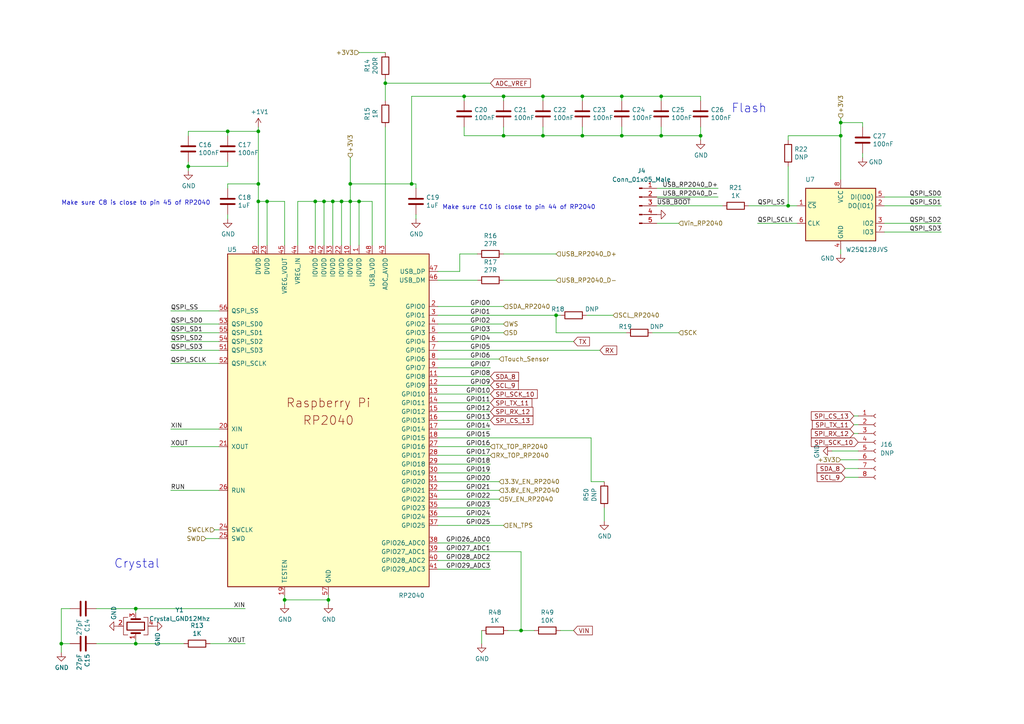
<source format=kicad_sch>
(kicad_sch (version 20231120) (generator "eeschema") (generator_version "8.0")
  (paper "A4")
  (lib_symbols
    (symbol "Connector:Conn_01x05_Male" (pin_names (offset 1.016) hide)
      (property "Reference" "J" (at 0 7.62 0))
      (property "Value" "Conn_01x05_Male" (at 0 -7.62 0))
      (symbol "Conn_01x05_Male_1_1"
        (polyline (pts (xy 1.27 -5.08) (xy 0.8636 -5.08)) (stroke (width 0.1524)))
        (polyline (pts (xy 1.27 -2.54) (xy 0.8636 -2.54)) (stroke (width 0.1524)))
        (polyline (pts (xy 1.27 0) (xy 0.8636 0)) (stroke (width 0.1524)))
        (polyline (pts (xy 1.27 2.54) (xy 0.8636 2.54)) (stroke (width 0.1524)))
        (polyline (pts (xy 1.27 5.08) (xy 0.8636 5.08)) (stroke (width 0.1524)))
        (rectangle (start 0.8636 -4.953) (end 0 -5.207) (stroke (width 0.1524)) (fill (type outline)))
        (rectangle (start 0.8636 -2.413) (end 0 -2.667) (stroke (width 0.1524)) (fill (type outline)))
        (rectangle (start 0.8636 0.127) (end 0 -0.127) (stroke (width 0.1524)) (fill (type outline)))
        (rectangle (start 0.8636 2.667) (end 0 2.413) (stroke (width 0.1524)) (fill (type outline)))
        (rectangle (start 0.8636 5.207) (end 0 4.953) (stroke (width 0.1524)) (fill (type outline)))
        (pin passive line (at 5.08 5.08 180) (length 3.81) (name "Pin_1") (number "1"))
        (pin passive line (at 5.08 2.54 180) (length 3.81) (name "Pin_2") (number "2"))
        (pin passive line (at 5.08 0 180) (length 3.81) (name "Pin_3") (number "3"))
        (pin passive line (at 5.08 -2.54 180) (length 3.81) (name "Pin_4") (number "4"))
        (pin passive line (at 5.08 -5.08 180) (length 3.81) (name "Pin_5") (number "5"))
      )
    )
    (symbol "Connector:Conn_01x08_Female" (pin_names (offset 1.016) hide)
      (property "Reference" "J" (at 0 10.16 0))
      (property "Value" "Conn_01x08_Female" (at 0 -12.7 0))
      (symbol "Conn_01x08_Female_1_1"
        (arc (start 0 -9.652) (mid -0.5058 -10.16) (end 0 -10.668) (stroke (width 0.1524)))
        (arc (start 0 -7.112) (mid -0.5058 -7.62) (end 0 -8.128) (stroke (width 0.1524)))
        (arc (start 0 -4.572) (mid -0.5058 -5.08) (end 0 -5.588) (stroke (width 0.1524)))
        (arc (start 0 -2.032) (mid -0.5058 -2.54) (end 0 -3.048) (stroke (width 0.1524)))
        (polyline (pts (xy -1.27 -10.16) (xy -0.508 -10.16)) (stroke (width 0.1524)))
        (polyline (pts (xy -1.27 -7.62) (xy -0.508 -7.62)) (stroke (width 0.1524)))
        (polyline (pts (xy -1.27 -5.08) (xy -0.508 -5.08)) (stroke (width 0.1524)))
        (polyline (pts (xy -1.27 -2.54) (xy -0.508 -2.54)) (stroke (width 0.1524)))
        (polyline (pts (xy -1.27 0) (xy -0.508 0)) (stroke (width 0.1524)))
        (polyline (pts (xy -1.27 2.54) (xy -0.508 2.54)) (stroke (width 0.1524)))
        (polyline (pts (xy -1.27 5.08) (xy -0.508 5.08)) (stroke (width 0.1524)))
        (polyline (pts (xy -1.27 7.62) (xy -0.508 7.62)) (stroke (width 0.1524)))
        (arc (start 0 0.508) (mid -0.5058 0) (end 0 -0.508) (stroke (width 0.1524)))
        (arc (start 0 3.048) (mid -0.5058 2.54) (end 0 2.032) (stroke (width 0.1524)))
        (arc (start 0 5.588) (mid -0.5058 5.08) (end 0 4.572) (stroke (width 0.1524)))
        (arc (start 0 8.128) (mid -0.5058 7.62) (end 0 7.112) (stroke (width 0.1524)))
        (pin passive line (at -5.08 7.62 0) (length 3.81) (name "Pin_1") (number "1"))
        (pin passive line (at -5.08 5.08 0) (length 3.81) (name "Pin_2") (number "2"))
        (pin passive line (at -5.08 2.54 0) (length 3.81) (name "Pin_3") (number "3"))
        (pin passive line (at -5.08 0 0) (length 3.81) (name "Pin_4") (number "4"))
        (pin passive line (at -5.08 -2.54 0) (length 3.81) (name "Pin_5") (number "5"))
        (pin passive line (at -5.08 -5.08 0) (length 3.81) (name "Pin_6") (number "6"))
        (pin passive line (at -5.08 -7.62 0) (length 3.81) (name "Pin_7") (number "7"))
        (pin passive line (at -5.08 -10.16 0) (length 3.81) (name "Pin_8") (number "8"))
      )
    )
    (symbol "Device:C" (pin_numbers hide) (pin_names (offset 0.254))
      (property "Reference" "C" (at 0.635 2.54 0))
      (property "Value" "C" (at 0.635 -2.54 0))
      (symbol "C_0_1"
        (polyline (pts (xy -2.032 -0.762) (xy 2.032 -0.762)) (stroke (width 0.508)))
        (polyline (pts (xy -2.032 0.762) (xy 2.032 0.762)) (stroke (width 0.508)))
      )
      (symbol "C_1_1"
        (pin passive line (at 0 3.81 270) (length 2.794) (name "~") (number "1"))
        (pin passive line (at 0 -3.81 90) (length 2.794) (name "~") (number "2"))
      )
    )
    (symbol "Device:Crystal_GND24" (pin_names (offset 1.016) hide)
      (property "Reference" "Y" (at 3.175 5.08 0))
      (property "Value" "Crystal_GND24" (at 3.175 3.175 0))
      (symbol "Crystal_GND24_0_1"
        (rectangle (start -1.143 2.54) (end 1.143 -2.54) (stroke (width 0.3048)))
        (polyline (pts (xy -2.54 0) (xy -2.032 0)))
        (polyline (pts (xy -2.032 -1.27) (xy -2.032 1.27)) (stroke (width 0.508)))
        (polyline (pts (xy 0 -3.81) (xy 0 -3.556)))
        (polyline (pts (xy 0 3.556) (xy 0 3.81)))
        (polyline (pts (xy 2.032 -1.27) (xy 2.032 1.27)) (stroke (width 0.508)))
        (polyline (pts (xy 2.032 0) (xy 2.54 0)))
        (polyline (pts (xy -2.54 -2.286) (xy -2.54 -3.556) (xy 2.54 -3.556) (xy 2.54 -2.286)))
        (polyline (pts (xy -2.54 2.286) (xy -2.54 3.556) (xy 2.54 3.556) (xy 2.54 2.286)))
      )
      (symbol "Crystal_GND24_1_1"
        (pin passive line (at -3.81 0 0) (length 1.27) (name "1") (number "1"))
        (pin passive line (at 0 5.08 270) (length 1.27) (name "2") (number "2"))
        (pin passive line (at 3.81 0 180) (length 1.27) (name "3") (number "3"))
        (pin passive line (at 0 -5.08 90) (length 1.27) (name "4") (number "4"))
      )
    )
    (symbol "Device:R" (pin_numbers hide) (pin_names (offset 0))
      (property "Reference" "R" (at 2.032 0 90))
      (property "Value" "R" (at 0 0 90))
      (symbol "R_0_1"
        (rectangle (start -1.016 -2.54) (end 1.016 2.54) (stroke (width 0.254)))
      )
      (symbol "R_1_1"
        (pin passive line (at 0 3.81 270) (length 1.27) (name "~") (number "1"))
        (pin passive line (at 0 -3.81 90) (length 1.27) (name "~") (number "2"))
      )
    )
    (symbol "MCU_RaspberryPi_RP2040:RP2040" (pin_names (offset 1.016))
      (property "Reference" "U" (at -29.21 49.53 0))
      (property "Value" "RP2040" (at 24.13 -49.53 0))
      (symbol "RP2040_0_0"
        (text "Raspberry Pi" (at 0 5.08 0) (effects (font (size 2.54 2.54))))
        (text "RP2040" (at 0 0 0) (effects (font (size 2.54 2.54))))
      )
      (symbol "RP2040_0_1"
        (rectangle (start 29.21 48.26) (end -29.21 -48.26) (stroke (width 0.254)) (fill (type background)))
      )
      (symbol "RP2040_1_1"
        (pin power_in line (at 8.89 50.8 270) (length 2.54) (name "IOVDD") (number "1"))
        (pin power_in line (at 6.35 50.8 270) (length 2.54) (name "IOVDD") (number "10"))
        (pin bidirectional line (at 31.75 12.7 180) (length 2.54) (name "GPIO8") (number "11"))
        (pin bidirectional line (at 31.75 10.16 180) (length 2.54) (name "GPIO9") (number "12"))
        (pin bidirectional line (at 31.75 7.62 180) (length 2.54) (name "GPIO10") (number "13"))
        (pin bidirectional line (at 31.75 5.08 180) (length 2.54) (name "GPIO11") (number "14"))
        (pin bidirectional line (at 31.75 2.54 180) (length 2.54) (name "GPIO12") (number "15"))
        (pin bidirectional line (at 31.75 0 180) (length 2.54) (name "GPIO13") (number "16"))
        (pin bidirectional line (at 31.75 -2.54 180) (length 2.54) (name "GPIO14") (number "17"))
        (pin bidirectional line (at 31.75 -5.08 180) (length 2.54) (name "GPIO15") (number "18"))
        (pin passive line (at -12.7 -50.8 90) (length 2.54) (name "TESTEN") (number "19"))
        (pin bidirectional line (at 31.75 33.02 180) (length 2.54) (name "GPIO0") (number "2"))
        (pin input line (at -31.75 -2.54 0) (length 2.54) (name "XIN") (number "20"))
        (pin passive line (at -31.75 -7.62 0) (length 2.54) (name "XOUT") (number "21"))
        (pin power_in line (at 3.81 50.8 270) (length 2.54) (name "IOVDD") (number "22"))
        (pin power_in line (at -17.78 50.8 270) (length 2.54) (name "DVDD") (number "23"))
        (pin output line (at -31.75 -31.75 0) (length 2.54) (name "SWCLK") (number "24"))
        (pin bidirectional line (at -31.75 -34.29 0) (length 2.54) (name "SWD") (number "25"))
        (pin input line (at -31.75 -20.32 0) (length 2.54) (name "RUN") (number "26"))
        (pin bidirectional line (at 31.75 -7.62 180) (length 2.54) (name "GPIO16") (number "27"))
        (pin bidirectional line (at 31.75 -10.16 180) (length 2.54) (name "GPIO17") (number "28"))
        (pin bidirectional line (at 31.75 -12.7 180) (length 2.54) (name "GPIO18") (number "29"))
        (pin bidirectional line (at 31.75 30.48 180) (length 2.54) (name "GPIO1") (number "3"))
        (pin bidirectional line (at 31.75 -15.24 180) (length 2.54) (name "GPIO19") (number "30"))
        (pin bidirectional line (at 31.75 -17.78 180) (length 2.54) (name "GPIO20") (number "31"))
        (pin bidirectional line (at 31.75 -20.32 180) (length 2.54) (name "GPIO21") (number "32"))
        (pin power_in line (at 1.27 50.8 270) (length 2.54) (name "IOVDD") (number "33"))
        (pin bidirectional line (at 31.75 -22.86 180) (length 2.54) (name "GPIO22") (number "34"))
        (pin bidirectional line (at 31.75 -25.4 180) (length 2.54) (name "GPIO23") (number "35"))
        (pin bidirectional line (at 31.75 -27.94 180) (length 2.54) (name "GPIO24") (number "36"))
        (pin bidirectional line (at 31.75 -30.48 180) (length 2.54) (name "GPIO25") (number "37"))
        (pin bidirectional line (at 31.75 -35.56 180) (length 2.54) (name "GPIO26_ADC0") (number "38"))
        (pin bidirectional line (at 31.75 -38.1 180) (length 2.54) (name "GPIO27_ADC1") (number "39"))
        (pin bidirectional line (at 31.75 27.94 180) (length 2.54) (name "GPIO2") (number "4"))
        (pin bidirectional line (at 31.75 -40.64 180) (length 2.54) (name "GPIO28_ADC2") (number "40"))
        (pin bidirectional line (at 31.75 -43.18 180) (length 2.54) (name "GPIO29_ADC3") (number "41"))
        (pin power_in line (at -1.27 50.8 270) (length 2.54) (name "IOVDD") (number "42"))
        (pin power_in line (at 16.51 50.8 270) (length 2.54) (name "ADC_AVDD") (number "43"))
        (pin power_in line (at -8.89 50.8 270) (length 2.54) (name "VREG_IN") (number "44"))
        (pin power_out line (at -12.7 50.8 270) (length 2.54) (name "VREG_VOUT") (number "45"))
        (pin bidirectional line (at 31.75 40.64 180) (length 2.54) (name "USB_DM") (number "46"))
        (pin bidirectional line (at 31.75 43.18 180) (length 2.54) (name "USB_DP") (number "47"))
        (pin power_in line (at 12.7 50.8 270) (length 2.54) (name "USB_VDD") (number "48"))
        (pin power_in line (at -3.81 50.8 270) (length 2.54) (name "IOVDD") (number "49"))
        (pin bidirectional line (at 31.75 25.4 180) (length 2.54) (name "GPIO3") (number "5"))
        (pin power_in line (at -20.32 50.8 270) (length 2.54) (name "DVDD") (number "50"))
        (pin bidirectional line (at -31.75 20.32 0) (length 2.54) (name "QSPI_SD3") (number "51"))
        (pin output line (at -31.75 16.51 0) (length 2.54) (name "QSPI_SCLK") (number "52"))
        (pin bidirectional line (at -31.75 27.94 0) (length 2.54) (name "QSPI_SD0") (number "53"))
        (pin bidirectional line (at -31.75 22.86 0) (length 2.54) (name "QSPI_SD2") (number "54"))
        (pin bidirectional line (at -31.75 25.4 0) (length 2.54) (name "QSPI_SD1") (number "55"))
        (pin bidirectional line (at -31.75 31.75 0) (length 2.54) (name "QSPI_SS") (number "56"))
        (pin power_in line (at 0 -50.8 90) (length 2.54) (name "GND") (number "57"))
        (pin bidirectional line (at 31.75 22.86 180) (length 2.54) (name "GPIO4") (number "6"))
        (pin bidirectional line (at 31.75 20.32 180) (length 2.54) (name "GPIO5") (number "7"))
        (pin bidirectional line (at 31.75 17.78 180) (length 2.54) (name "GPIO6") (number "8"))
        (pin bidirectional line (at 31.75 15.24 180) (length 2.54) (name "GPIO7") (number "9"))
      )
    )
    (symbol "Memory_Flash:W25Q128JVS"
      (property "Reference" "U" (at -8.89 8.89 0))
      (property "Value" "W25Q128JVS" (at 7.62 8.89 0))
      (symbol "W25Q128JVS_0_1"
        (rectangle (start -10.16 7.62) (end 10.16 -7.62) (stroke (width 0.254)) (fill (type background)))
      )
      (symbol "W25Q128JVS_1_1"
        (pin input line (at -12.7 2.54 0) (length 2.54) (name "~{CS}") (number "1"))
        (pin bidirectional line (at 12.7 2.54 180) (length 2.54) (name "DO(IO1)") (number "2"))
        (pin bidirectional line (at 12.7 -2.54 180) (length 2.54) (name "IO2") (number "3"))
        (pin power_in line (at 0 -10.16 90) (length 2.54) (name "GND") (number "4"))
        (pin bidirectional line (at 12.7 5.08 180) (length 2.54) (name "DI(IO0)") (number "5"))
        (pin input line (at -12.7 -2.54 0) (length 2.54) (name "CLK") (number "6"))
        (pin bidirectional line (at 12.7 -5.08 180) (length 2.54) (name "IO3") (number "7"))
        (pin power_in line (at 0 10.16 270) (length 2.54) (name "VCC") (number "8"))
      )
    )
    (symbol "power:+1V1" (power) (pin_names (offset 0))
      (property "Value" "+1V1" (at 0 3.556 0))
      (symbol "+1V1_0_1"
        (polyline (pts (xy -0.762 1.27) (xy 0 2.54)))
        (polyline (pts (xy 0 0) (xy 0 2.54)))
        (polyline (pts (xy 0 2.54) (xy 0.762 1.27)))
      )
      (symbol "+1V1_1_1"
        (pin power_in line (at 0 0 90) (length 0) hide (name "+1V1") (number "1"))
      )
    )
    (symbol "power:GND" (power) (pin_names (offset 0))
      (property "Value" "GND" (at 0 -3.81 0))
      (symbol "GND_0_1"
        (polyline (pts (xy 0 0) (xy 0 -1.27) (xy 1.27 -1.27) (xy 0 -2.54) (xy -1.27 -1.27) (xy 0 -1.27)))
      )
      (symbol "GND_1_1"
        (pin power_in line (at 0 0 270) (length 0) hide (name "GND") (number "1"))
      )
    )
  )
  (junction (at 111.76 24.13))
  (junction (at 54.61 48.26))
  (junction (at 39.37 186.69))
  (junction (at 151.13 182.88))
  (junction (at 180.34 27.94))
  (junction (at 101.6 58.42))
  (junction (at 95.25 173.99))
  (junction (at 74.93 58.42))
  (junction (at 180.34 39.37))
  (junction (at 17.78 186.69))
  (junction (at 104.14 58.42))
  (junction (at 39.37 176.53))
  (junction (at 93.98 58.42))
  (junction (at 96.52 58.42))
  (junction (at 82.55 173.99))
  (junction (at 74.93 38.1))
  (junction (at 91.44 58.42))
  (junction (at 168.91 39.37))
  (junction (at 101.6 53.34))
  (junction (at 134.62 27.94))
  (junction (at 161.29 91.44))
  (junction (at 157.48 27.94))
  (junction (at 228.6 59.69))
  (junction (at 66.04 38.1))
  (junction (at 74.93 53.34))
  (junction (at 99.06 58.42))
  (junction (at 191.77 39.37))
  (junction (at 191.77 27.94))
  (junction (at 168.91 27.94))
  (junction (at 77.47 58.42))
  (junction (at 119.38 53.34))
  (junction (at 146.05 27.94))
  (junction (at 157.48 39.37))
  (junction (at 243.84 39.37))
  (junction (at 243.84 35.56))
  (junction (at 203.2 39.37))
  (junction (at 146.05 39.37))
  (wire (pts (xy 111.76 36.83) (xy 111.76 71.12)))
  (wire (pts (xy 170.18 91.44) (xy 177.8 91.44)))
  (wire (pts (xy 49.53 124.46) (xy 63.5 124.46)))
  (wire (pts (xy 59.69 156.21) (xy 63.5 156.21)))
  (wire (pts (xy 191.77 39.37) (xy 203.2 39.37)))
  (wire (pts (xy 66.04 53.34) (xy 74.93 53.34)))
  (wire (pts (xy 127 160.02) (xy 151.13 160.02)))
  (wire (pts (xy 191.77 27.94) (xy 203.2 27.94)))
  (wire (pts (xy 101.6 58.42) (xy 104.14 58.42)))
  (wire (pts (xy 180.34 27.94) (xy 191.77 27.94)))
  (wire (pts (xy 82.55 173.99) (xy 95.25 173.99)))
  (wire (pts (xy 111.76 22.86) (xy 111.76 24.13)))
  (wire (pts (xy 180.34 39.37) (xy 168.91 39.37)))
  (wire (pts (xy 127 149.86) (xy 142.24 149.86)))
  (wire (pts (xy 39.37 186.69) (xy 53.34 186.69)))
  (wire (pts (xy 191.77 29.21) (xy 191.77 27.94)))
  (wire (pts (xy 86.36 58.42) (xy 91.44 58.42)))
  (wire (pts (xy 146.05 27.94) (xy 157.48 27.94)))
  (wire (pts (xy 54.61 46.99) (xy 54.61 48.26)))
  (wire (pts (xy 228.6 48.26) (xy 228.6 59.69)))
  (wire (pts (xy 127 104.14) (xy 144.78 104.14)))
  (wire (pts (xy 95.25 173.99) (xy 95.25 175.26)))
  (wire (pts (xy 127 106.68) (xy 142.24 106.68)))
  (wire (pts (xy 27.94 176.53) (xy 39.37 176.53)))
  (wire (pts (xy 119.38 27.94) (xy 119.38 53.34)))
  (wire (pts (xy 101.6 53.34) (xy 101.6 58.42)))
  (wire (pts (xy 111.76 24.13) (xy 111.76 29.21)))
  (wire (pts (xy 127 93.98) (xy 146.05 93.98)))
  (wire (pts (xy 60.96 186.69) (xy 71.12 186.69)))
  (wire (pts (xy 161.29 91.44) (xy 162.56 91.44)))
  (wire (pts (xy 93.98 58.42) (xy 96.52 58.42)))
  (wire (pts (xy 157.48 27.94) (xy 168.91 27.94)))
  (wire (pts (xy 241.3 130.81) (xy 248.92 130.81)))
  (wire (pts (xy 66.04 54.61) (xy 66.04 53.34)))
  (wire (pts (xy 127 96.52) (xy 146.05 96.52)))
  (wire (pts (xy 74.93 53.34) (xy 74.93 58.42)))
  (wire (pts (xy 20.32 176.53) (xy 17.78 176.53)))
  (wire (pts (xy 203.2 36.83) (xy 203.2 39.37)))
  (wire (pts (xy 99.06 71.12) (xy 99.06 58.42)))
  (wire (pts (xy 127 144.78) (xy 144.78 144.78)))
  (wire (pts (xy 127 127) (xy 171.45 127)))
  (wire (pts (xy 180.34 29.21) (xy 180.34 27.94)))
  (wire (pts (xy 146.05 39.37) (xy 134.62 39.37)))
  (wire (pts (xy 63.5 90.17) (xy 49.53 90.17)))
  (wire (pts (xy 111.76 24.13) (xy 142.24 24.13)))
  (wire (pts (xy 66.04 39.37) (xy 66.04 38.1)))
  (wire (pts (xy 77.47 58.42) (xy 74.93 58.42)))
  (wire (pts (xy 146.05 36.83) (xy 146.05 39.37)))
  (wire (pts (xy 49.53 96.52) (xy 63.5 96.52)))
  (wire (pts (xy 256.54 67.31) (xy 273.05 67.31)))
  (wire (pts (xy 203.2 39.37) (xy 203.2 40.64)))
  (wire (pts (xy 134.62 27.94) (xy 146.05 27.94)))
  (wire (pts (xy 127 81.28) (xy 138.43 81.28)))
  (wire (pts (xy 74.93 58.42) (xy 74.93 71.12)))
  (wire (pts (xy 127 114.3) (xy 142.24 114.3)))
  (wire (pts (xy 127 162.56) (xy 142.24 162.56)))
  (wire (pts (xy 127 147.32) (xy 142.24 147.32)))
  (wire (pts (xy 180.34 36.83) (xy 180.34 39.37)))
  (wire (pts (xy 107.95 71.12) (xy 107.95 58.42)))
  (wire (pts (xy 134.62 27.94) (xy 119.38 27.94)))
  (wire (pts (xy 168.91 29.21) (xy 168.91 27.94)))
  (wire (pts (xy 146.05 73.66) (xy 161.29 73.66)))
  (wire (pts (xy 203.2 29.21) (xy 203.2 27.94)))
  (wire (pts (xy 120.65 62.23) (xy 120.65 63.5)))
  (wire (pts (xy 101.6 53.34) (xy 101.6 45.72)))
  (wire (pts (xy 247.65 125.73) (xy 248.92 125.73)))
  (wire (pts (xy 49.53 101.6) (xy 63.5 101.6)))
  (wire (pts (xy 245.11 138.43) (xy 248.92 138.43)))
  (wire (pts (xy 77.47 71.12) (xy 77.47 58.42)))
  (wire (pts (xy 209.55 59.69) (xy 190.5 59.69)))
  (wire (pts (xy 20.32 186.69) (xy 17.78 186.69)))
  (wire (pts (xy 127 99.06) (xy 166.37 99.06)))
  (wire (pts (xy 49.53 99.06) (xy 63.5 99.06)))
  (wire (pts (xy 127 91.44) (xy 161.29 91.44)))
  (wire (pts (xy 166.37 182.88) (xy 162.56 182.88)))
  (wire (pts (xy 175.26 147.32) (xy 175.26 151.13)))
  (wire (pts (xy 127 88.9) (xy 146.05 88.9)))
  (wire (pts (xy 82.55 71.12) (xy 82.55 58.42)))
  (wire (pts (xy 119.38 53.34) (xy 101.6 53.34)))
  (wire (pts (xy 151.13 182.88) (xy 151.13 160.02)))
  (wire (pts (xy 191.77 36.83) (xy 191.77 39.37)))
  (wire (pts (xy 228.6 39.37) (xy 243.84 39.37)))
  (wire (pts (xy 147.32 182.88) (xy 151.13 182.88)))
  (wire (pts (xy 104.14 58.42) (xy 104.14 71.12)))
  (wire (pts (xy 217.17 59.69) (xy 228.6 59.69)))
  (wire (pts (xy 63.5 129.54) (xy 49.53 129.54)))
  (wire (pts (xy 104.14 58.42) (xy 107.95 58.42)))
  (wire (pts (xy 190.5 54.61) (xy 208.28 54.61)))
  (wire (pts (xy 196.85 96.52) (xy 189.23 96.52)))
  (wire (pts (xy 86.36 71.12) (xy 86.36 58.42)))
  (wire (pts (xy 74.93 36.83) (xy 74.93 38.1)))
  (wire (pts (xy 243.84 39.37) (xy 243.84 52.07)))
  (wire (pts (xy 127 116.84) (xy 142.24 116.84)))
  (wire (pts (xy 54.61 48.26) (xy 54.61 49.53)))
  (wire (pts (xy 247.65 123.19) (xy 248.92 123.19)))
  (wire (pts (xy 74.93 38.1) (xy 74.93 53.34)))
  (wire (pts (xy 171.45 139.7) (xy 175.26 139.7)))
  (wire (pts (xy 127 139.7) (xy 144.78 139.7)))
  (wire (pts (xy 133.35 73.66) (xy 138.43 73.66)))
  (wire (pts (xy 82.55 172.72) (xy 82.55 173.99)))
  (wire (pts (xy 82.55 173.99) (xy 82.55 175.26)))
  (wire (pts (xy 127 137.16) (xy 142.24 137.16)))
  (wire (pts (xy 17.78 186.69) (xy 17.78 189.23)))
  (wire (pts (xy 127 132.08) (xy 142.24 132.08)))
  (wire (pts (xy 127 157.48) (xy 142.24 157.48)))
  (wire (pts (xy 134.62 36.83) (xy 134.62 39.37)))
  (wire (pts (xy 146.05 29.21) (xy 146.05 27.94)))
  (wire (pts (xy 139.7 186.69) (xy 139.7 182.88)))
  (wire (pts (xy 63.5 105.41) (xy 49.53 105.41)))
  (wire (pts (xy 27.94 186.69) (xy 39.37 186.69)))
  (wire (pts (xy 245.11 135.89) (xy 248.92 135.89)))
  (wire (pts (xy 161.29 96.52) (xy 181.61 96.52)))
  (wire (pts (xy 95.25 172.72) (xy 95.25 173.99)))
  (wire (pts (xy 17.78 176.53) (xy 17.78 186.69)))
  (wire (pts (xy 191.77 39.37) (xy 180.34 39.37)))
  (wire (pts (xy 99.06 58.42) (xy 101.6 58.42)))
  (wire (pts (xy 66.04 38.1) (xy 74.93 38.1)))
  (wire (pts (xy 228.6 40.64) (xy 228.6 39.37)))
  (wire (pts (xy 256.54 59.69) (xy 273.05 59.69)))
  (wire (pts (xy 127 152.4) (xy 146.05 152.4)))
  (wire (pts (xy 96.52 71.12) (xy 96.52 58.42)))
  (wire (pts (xy 247.65 120.65) (xy 248.92 120.65)))
  (wire (pts (xy 250.19 44.45) (xy 250.19 45.72)))
  (wire (pts (xy 133.35 73.66) (xy 133.35 78.74)))
  (wire (pts (xy 256.54 57.15) (xy 273.05 57.15)))
  (wire (pts (xy 63.5 142.24) (xy 49.53 142.24)))
  (wire (pts (xy 127 142.24) (xy 144.78 142.24)))
  (wire (pts (xy 127 134.62) (xy 142.24 134.62)))
  (wire (pts (xy 134.62 29.21) (xy 134.62 27.94)))
  (wire (pts (xy 49.53 93.98) (xy 63.5 93.98)))
  (wire (pts (xy 127 109.22) (xy 142.24 109.22)))
  (wire (pts (xy 157.48 39.37) (xy 146.05 39.37)))
  (wire (pts (xy 104.14 15.24) (xy 111.76 15.24)))
  (wire (pts (xy 54.61 38.1) (xy 66.04 38.1)))
  (wire (pts (xy 157.48 36.83) (xy 157.48 39.37)))
  (wire (pts (xy 127 129.54) (xy 142.24 129.54)))
  (wire (pts (xy 54.61 48.26) (xy 66.04 48.26)))
  (wire (pts (xy 127 111.76) (xy 142.24 111.76)))
  (wire (pts (xy 91.44 71.12) (xy 91.44 58.42)))
  (wire (pts (xy 93.98 71.12) (xy 93.98 58.42)))
  (wire (pts (xy 62.23 153.67) (xy 63.5 153.67)))
  (wire (pts (xy 243.84 133.35) (xy 248.92 133.35)))
  (wire (pts (xy 243.84 35.56) (xy 243.84 39.37)))
  (wire (pts (xy 82.55 58.42) (xy 77.47 58.42)))
  (wire (pts (xy 127 78.74) (xy 133.35 78.74)))
  (wire (pts (xy 171.45 139.7) (xy 171.45 127)))
  (wire (pts (xy 168.91 39.37) (xy 157.48 39.37)))
  (wire (pts (xy 66.04 48.26) (xy 66.04 46.99)))
  (wire (pts (xy 243.84 34.29) (xy 243.84 35.56)))
  (wire (pts (xy 219.71 64.77) (xy 231.14 64.77)))
  (wire (pts (xy 127 124.46) (xy 142.24 124.46)))
  (wire (pts (xy 228.6 59.69) (xy 231.14 59.69)))
  (wire (pts (xy 243.84 72.39) (xy 243.84 73.66)))
  (wire (pts (xy 250.19 36.83) (xy 250.19 35.56)))
  (wire (pts (xy 196.85 64.77) (xy 190.5 64.77)))
  (wire (pts (xy 151.13 182.88) (xy 154.94 182.88)))
  (wire (pts (xy 66.04 62.23) (xy 66.04 63.5)))
  (wire (pts (xy 161.29 91.44) (xy 161.29 96.52)))
  (wire (pts (xy 39.37 177.8) (xy 39.37 176.53)))
  (wire (pts (xy 101.6 71.12) (xy 101.6 58.42)))
  (wire (pts (xy 39.37 176.53) (xy 71.12 176.53)))
  (wire (pts (xy 120.65 53.34) (xy 119.38 53.34)))
  (wire (pts (xy 39.37 185.42) (xy 39.37 186.69)))
  (wire (pts (xy 127 119.38) (xy 142.24 119.38)))
  (wire (pts (xy 256.54 64.77) (xy 273.05 64.77)))
  (wire (pts (xy 127 121.92) (xy 142.24 121.92)))
  (wire (pts (xy 146.05 81.28) (xy 161.29 81.28)))
  (wire (pts (xy 120.65 54.61) (xy 120.65 53.34)))
  (wire (pts (xy 127 165.1) (xy 142.24 165.1)))
  (wire (pts (xy 168.91 27.94) (xy 180.34 27.94)))
  (wire (pts (xy 91.44 58.42) (xy 93.98 58.42)))
  (wire (pts (xy 127 101.6) (xy 173.99 101.6)))
  (wire (pts (xy 96.52 58.42) (xy 99.06 58.42)))
  (wire (pts (xy 250.19 35.56) (xy 243.84 35.56)))
  (wire (pts (xy 157.48 29.21) (xy 157.48 27.94)))
  (wire (pts (xy 190.5 57.15) (xy 208.28 57.15)))
  (wire (pts (xy 168.91 36.83) (xy 168.91 39.37)))
  (wire (pts (xy 54.61 39.37) (xy 54.61 38.1)))
  (text "Make sure C8 is close to pin 45 of RP2040" (at 17.78 59.69 0) (effects (font (size 1.27 1.27)) (justify left bottom)))
  (text "Make sure C10 is close to pin 44 of RP2040" (at 128.27 60.96 0) (effects (font (size 1.27 1.27)) (justify left bottom)))
  (text "Flash" (at 212.09 33.02 0) (effects (font (size 2.54 2.54)) (justify left bottom)))
  (text "Crystal" (at 33.02 165.1 0) (effects (font (size 2.54 2.54)) (justify left bottom)))
  (label "GPIO22" (at 142.24 144.78 180))
  (label "GPIO17" (at 142.24 132.08 180))
  (label "GPIO9" (at 142.24 111.76 180))
  (label "XIN" (at 71.12 176.53 180))
  (label "GPIO5" (at 142.24 101.6 180))
  (label "GPIO15" (at 142.24 127 180))
  (label "QSPI_SD0" (at 49.53 93.98 0))
  (label "GPIO18" (at 142.24 134.62 180))
  (label "GPIO26_ADC0" (at 142.24 157.48 180))
  (label "GPIO24" (at 142.24 149.86 180))
  (label "QSPI_SD2" (at 49.53 99.06 0))
  (label "GPIO27_ADC1" (at 142.24 160.02 180))
  (label "QSPI_SCLK" (at 219.71 64.77 0))
  (label "GPIO7" (at 142.24 106.68 180))
  (label "GPIO14" (at 142.24 124.46 180))
  (label "GPIO3" (at 142.24 96.52 180))
  (label "GPIO0" (at 142.24 88.9 180))
  (label "QSPI_SD3" (at 273.05 67.31 180))
  (label "GPIO11" (at 142.24 116.84 180))
  (label "QSPI_SD0" (at 273.05 57.15 180))
  (label "USB_RP2040_D-" (at 208.28 57.15 180))
  (label "GPIO4" (at 142.24 99.06 180))
  (label "GPIO20" (at 142.24 139.7 180))
  (label "~{USB_BOOT}" (at 190.5 59.69 0))
  (label "GPIO13" (at 142.24 121.92 180))
  (label "GPIO12" (at 142.24 119.38 180))
  (label "GPIO6" (at 142.24 104.14 180))
  (label "GPIO29_ADC3" (at 142.24 165.1 180))
  (label "GPIO1" (at 142.24 91.44 180))
  (label "GPIO28_ADC2" (at 142.24 162.56 180))
  (label "QSPI_SCLK" (at 49.53 105.41 0))
  (label "QSPI_SS" (at 49.53 90.17 0))
  (label "GPIO23" (at 142.24 147.32 180))
  (label "QSPI_SD3" (at 49.53 101.6 0))
  (label "USB_RP2040_D+" (at 208.28 54.61 180))
  (label "RUN" (at 49.53 142.24 0))
  (label "GPIO19" (at 142.24 137.16 180))
  (label "GPIO10" (at 142.24 114.3 180))
  (label "QSPI_SD1" (at 273.05 59.69 180))
  (label "QSPI_SD2" (at 273.05 64.77 180))
  (label "GPIO16" (at 142.24 129.54 180))
  (label "XOUT" (at 49.53 129.54 0))
  (label "QSPI_SD1" (at 49.53 96.52 0))
  (label "GPIO8" (at 142.24 109.22 180))
  (label "XOUT" (at 71.12 186.69 180))
  (label "GPIO25" (at 142.24 152.4 180))
  (label "QSPI_SS" (at 219.71 59.69 0))
  (label "XIN" (at 49.53 124.46 0))
  (label "GPIO21" (at 142.24 142.24 180))
  (label "GPIO2" (at 142.24 93.98 180))
  (global_label "SPI_SCK_10" (shape input) (at 142.24 114.3 0) (property "Intersheetrefs" "${INTERSHEET_REFS}" (effects (hide yes))))
  (global_label "SPI_TX_11" (shape input) (at 142.24 116.84 0) (property "Intersheetrefs" "${INTERSHEET_REFS}" (effects (hide yes))))
  (global_label "ADC_VREF" (shape input) (at 142.24 24.13 0) (property "Intersheetrefs" "${INTERSHEET_REFS}" (effects (hide yes))))
  (global_label "VIN" (shape input) (at 166.37 182.88 0) (property "Intersheetrefs" "${INTERSHEET_REFS}" (effects (hide yes))))
  (global_label "SPI_TX_11" (shape input) (at 247.65 123.19 180) (property "Intersheetrefs" "${INTERSHEET_REFS}" (effects (hide yes))))
  (global_label "RX" (shape input) (at 173.99 101.6 0) (property "Intersheetrefs" "${INTERSHEET_REFS}" (effects (hide yes))))
  (global_label "SPI_RX_12" (shape input) (at 247.65 125.73 180) (property "Intersheetrefs" "${INTERSHEET_REFS}" (effects (hide yes))))
  (global_label "SPI_CS_13" (shape input) (at 142.24 121.92 0) (property "Intersheetrefs" "${INTERSHEET_REFS}" (effects (hide yes))))
  (global_label "SPI_CS_13" (shape input) (at 247.65 120.65 180) (property "Intersheetrefs" "${INTERSHEET_REFS}" (effects (hide yes))))
  (global_label "SDA_8" (shape input) (at 245.11 135.89 180) (property "Intersheetrefs" "${INTERSHEET_REFS}" (effects (hide yes))))
  (global_label "SPI_RX_12" (shape input) (at 142.24 119.38 0) (property "Intersheetrefs" "${INTERSHEET_REFS}" (effects (hide yes))))
  (global_label "SCL_9" (shape input) (at 142.24 111.76 0) (property "Intersheetrefs" "${INTERSHEET_REFS}" (effects (hide yes))))
  (global_label "SCL_9" (shape input) (at 245.11 138.43 180) (property "Intersheetrefs" "${INTERSHEET_REFS}" (effects (hide yes))))
  (global_label "TX" (shape input) (at 166.37 99.06 0) (property "Intersheetrefs" "${INTERSHEET_REFS}" (effects (hide yes))))
  (global_label "SDA_8" (shape input) (at 142.24 109.22 0) (property "Intersheetrefs" "${INTERSHEET_REFS}" (effects (hide yes))))
  (global_label "SPI_SCK_10" (shape input) (at 248.92 128.27 180) (property "Intersheetrefs" "${INTERSHEET_REFS}" (effects (hide yes))))
  (hierarchical_label "+3V3" (shape input) (at 243.84 133.35 180))
  (hierarchical_label "EN_TPS" (shape input) (at 146.05 152.4 0))
  (hierarchical_label "WS" (shape input) (at 146.05 93.98 0))
  (hierarchical_label "Vin_RP2040" (shape input) (at 196.85 64.77 0))
  (hierarchical_label "+3V3" (shape input) (at 101.6 45.72 90))
  (hierarchical_label "SCL_RP2040" (shape input) (at 177.8 91.44 0))
  (hierarchical_label "Touch_Sensor" (shape input) (at 144.78 104.14 0))
  (hierarchical_label "+3V3" (shape input) (at 104.14 15.24 180))
  (hierarchical_label "SDA_RP2040" (shape input) (at 146.05 88.9 0))
  (hierarchical_label "SWCLK" (shape input) (at 62.23 153.67 180))
  (hierarchical_label "USB_RP2040_D-" (shape input) (at 161.29 81.28 0))
  (hierarchical_label "RX_TOP_RP2040" (shape input) (at 142.24 132.08 0))
  (hierarchical_label "5V_EN_RP2040" (shape input) (at 144.78 144.78 0))
  (hierarchical_label "USB_RP2040_D+" (shape input) (at 161.29 73.66 0))
  (hierarchical_label "3.3V_EN_RP2040" (shape input) (at 144.78 139.7 0))
  (hierarchical_label "TX_TOP_RP2040" (shape input) (at 142.24 129.54 0))
  (hierarchical_label "SWD" (shape input) (at 59.69 156.21 180))
  (hierarchical_label "3.8V_EN_RP2040" (shape input) (at 144.78 142.24 0))
  (hierarchical_label "SCK" (shape input) (at 196.85 96.52 0))
  (hierarchical_label "+3V3" (shape input) (at 243.84 34.29 90))
  (hierarchical_label "SD" (shape input) (at 146.05 96.52 0))
  (symbol (lib_id "Device:R") (at 57.15 186.69 270) (unit 1)
    (property "Reference" "R13" (at 57.15 181.4322 90))
    (property "Value" "1K" (at 57.15 183.7436 90))
    (property "Footprint" "Resistor_SMD:R_0603_1608Metric" (effects (hide yes)))
  )
  (symbol (lib_id "Device:C") (at 24.13 186.69 270) (unit 1)
    (property "Reference" "C15" (at 25.2984 189.611 0) (effects (justify left)))
    (property "Value" "27pF" (at 22.987 189.611 0) (effects (justify left)))
    (property "Footprint" "Capacitor_SMD:C_0402_1005Metric" (effects (hide yes)))
  )
  (symbol (lib_id "Device:C") (at 24.13 176.53 270) (unit 1)
    (property "Reference" "C14" (at 25.2984 179.451 0) (effects (justify left)))
    (property "Value" "27pF" (at 22.987 179.451 0) (effects (justify left)))
    (property "Footprint" "Capacitor_SMD:C_0402_1005Metric" (effects (hide yes)))
  )
  (symbol (lib_id "Device:C") (at 191.77 33.02 0) (unit 1)
    (property "Reference" "C25" (at 194.691 31.8516 0) (effects (justify left)))
    (property "Value" "100nF" (at 194.691 34.163 0) (effects (justify left)))
    (property "Footprint" "Capacitor_SMD:C_0402_1005Metric" (effects (hide yes)))
  )
  (symbol (lib_id "power:GND") (at 17.78 189.23 0) (unit 1)
    (property "Reference" "#PWR0135" (effects (hide yes)))
    (property "Value" "GND" (at 17.907 193.6242 0))
  )
  (symbol (lib_id "Device:R") (at 142.24 73.66 270) (unit 1)
    (property "Reference" "R16" (at 142.24 68.4022 90))
    (property "Value" "27R" (at 142.24 70.7136 90))
    (property "Footprint" "Resistor_SMD:R_0603_1608Metric" (effects (hide yes)))
  )
  (symbol (lib_id "Device:C") (at 120.65 58.42 0) (unit 1)
    (property "Reference" "C19" (at 123.571 57.2516 0) (effects (justify left)))
    (property "Value" "1uF" (at 123.571 59.563 0) (effects (justify left)))
    (property "Footprint" "Capacitor_SMD:C_0402_1005Metric" (effects (hide yes)))
  )
  (symbol (lib_id "power:GND") (at 95.25 175.26 0) (unit 1)
    (property "Reference" "#PWR0131" (effects (hide yes)))
    (property "Value" "GND" (at 95.377 179.6542 0))
  )
  (symbol (lib_id "Device:R") (at 142.24 81.28 270) (unit 1)
    (property "Reference" "R17" (at 142.24 76.0222 90))
    (property "Value" "27R" (at 142.24 78.3336 90))
    (property "Footprint" "Resistor_SMD:R_0603_1608Metric" (effects (hide yes)))
  )
  (symbol (lib_id "Device:R") (at 175.26 143.51 0) (unit 1)
    (property "Reference" "R50" (at 170.0022 143.51 90))
    (property "Value" "DNP" (at 172.3136 143.51 90))
    (property "Footprint" "Resistor_SMD:R_0603_1608Metric" (effects (hide yes)))
  )
  (symbol (lib_id "power:GND") (at 139.7 186.69 0) (unit 1)
    (property "Reference" "#PWR0174" (effects (hide yes)))
    (property "Value" "GND" (at 139.827 191.0842 0))
  )
  (symbol (lib_id "power:GND") (at 54.61 49.53 0) (unit 1)
    (property "Reference" "#PWR0128" (effects (hide yes)))
    (property "Value" "GND" (at 54.737 53.9242 0))
  )
  (symbol (lib_id "Device:C") (at 180.34 33.02 0) (unit 1)
    (property "Reference" "C24" (at 183.261 31.8516 0) (effects (justify left)))
    (property "Value" "100nF" (at 183.261 34.163 0) (effects (justify left)))
    (property "Footprint" "Capacitor_SMD:C_0402_1005Metric" (effects (hide yes)))
  )
  (symbol (lib_id "Device:C") (at 134.62 33.02 0) (unit 1)
    (property "Reference" "C20" (at 137.541 31.8516 0) (effects (justify left)))
    (property "Value" "100nF" (at 137.541 34.163 0) (effects (justify left)))
    (property "Footprint" "Capacitor_SMD:C_0402_1005Metric" (effects (hide yes)))
  )
  (symbol (lib_id "Memory_Flash:W25Q128JVS") (at 243.84 62.23 0) (unit 1)
    (property "Reference" "U7" (at 234.95 52.07 0))
    (property "Value" "W25Q128JVS" (at 251.46 72.39 0))
    (property "Footprint" "Package_SO:SOIC-8_5.23x5.23mm_P1.27mm" (effects (hide yes)))
    (property "Datasheet" "http://www.winbond.com/resource-files/w25q128jv_dtr%20revc%2003272018%20plus.pdf" (effects (hide yes)))
  )
  (symbol (lib_id "power:GND") (at 175.26 151.13 0) (unit 1)
    (property "Reference" "#PWR0175" (effects (hide yes)))
    (property "Value" "GND" (at 175.387 155.5242 0))
  )
  (symbol (lib_id "Device:C") (at 146.05 33.02 0) (unit 1)
    (property "Reference" "C21" (at 148.971 31.8516 0) (effects (justify left)))
    (property "Value" "100nF" (at 148.971 34.163 0) (effects (justify left)))
    (property "Footprint" "Capacitor_SMD:C_0402_1005Metric" (effects (hide yes)))
  )
  (symbol (lib_id "Device:R") (at 143.51 182.88 270) (unit 1)
    (property "Reference" "R48" (at 143.51 177.6222 90))
    (property "Value" "1K" (at 143.51 179.9336 90))
    (property "Footprint" "Resistor_SMD:R_0603_1608Metric" (effects (hide yes)))
  )
  (symbol (lib_id "power:GND") (at 34.29 181.61 270) (unit 1)
    (property "Reference" "#PWR0133" (effects (hide yes)))
    (property "Value" "GND" (at 33.02 177.8 0))
  )
  (symbol (lib_id "Connector:Conn_01x05_Male") (at 185.42 59.69 0) (unit 1)
    (property "Reference" "J4" (at 186.055 49.53 0))
    (property "Value" "Conn_01x05_Male" (at 186.055 52.07 0))
    (property "Footprint" "Connector_PinSocket_2.00mm:PinSocket_1x05_P2.00mm_Vertical" (effects (hide yes)))
  )
  (symbol (lib_id "Device:R") (at 228.6 44.45 0) (unit 1)
    (property "Reference" "R22" (at 230.378 43.2816 0) (effects (justify left)))
    (property "Value" "DNP" (at 230.378 45.593 0) (effects (justify left)))
    (property "Footprint" "Resistor_SMD:R_0603_1608Metric" (effects (hide yes)))
  )
  (symbol (lib_id "Device:R") (at 166.37 91.44 270) (unit 1)
    (property "Reference" "R18" (at 161.798 89.662 90))
    (property "Value" "DNP" (at 171.704 89.662 90))
    (property "Footprint" "Resistor_SMD:R_0603_1608Metric" (effects (hide yes)))
  )
  (symbol (lib_id "Device:R") (at 158.75 182.88 270) (unit 1)
    (property "Reference" "R49" (at 158.75 177.6222 90))
    (property "Value" "10K" (at 158.75 179.9336 90))
    (property "Footprint" "Resistor_SMD:R_0603_1608Metric" (effects (hide yes)))
  )
  (symbol (lib_id "Device:R") (at 111.76 19.05 0) (unit 1)
    (property "Reference" "R14" (at 106.5022 19.05 90))
    (property "Value" "200R" (at 108.8136 19.05 90))
    (property "Footprint" "Resistor_SMD:R_0603_1608Metric" (effects (hide yes)))
  )
  (symbol (lib_id "Device:C") (at 203.2 33.02 0) (unit 1)
    (property "Reference" "C26" (at 206.121 31.8516 0) (effects (justify left)))
    (property "Value" "100nF" (at 206.121 34.163 0) (effects (justify left)))
    (property "Footprint" "Capacitor_SMD:C_0402_1005Metric" (effects (hide yes)))
  )
  (symbol (lib_id "Device:C") (at 66.04 43.18 0) (unit 1)
    (property "Reference" "C17" (at 68.961 42.0116 0) (effects (justify left)))
    (property "Value" "100nF" (at 68.961 44.323 0) (effects (justify left)))
    (property "Footprint" "Capacitor_SMD:C_0402_1005Metric" (effects (hide yes)))
  )
  (symbol (lib_id "MCU_RaspberryPi_RP2040:RP2040") (at 95.25 121.92 0) (unit 1)
    (property "Reference" "U5" (at 67.31 72.39 0))
    (property "Value" "RP2040" (at 119.38 172.72 0))
    (property "Footprint" "RP2040_minimal:RP2040-QFN-56" (effects (hide yes)))
  )
  (symbol (lib_id "power:GND") (at 243.84 73.66 0) (unit 1)
    (property "Reference" "#PWR0151" (effects (hide yes)))
    (property "Value" "GND" (at 240.03 74.93 0))
  )
  (symbol (lib_id "Device:C") (at 66.04 58.42 0) (unit 1)
    (property "Reference" "C18" (at 68.961 57.2516 0) (effects (justify left)))
    (property "Value" "1uF" (at 68.961 59.563 0) (effects (justify left)))
    (property "Footprint" "Capacitor_SMD:C_0402_1005Metric" (effects (hide yes)))
  )
  (symbol (lib_id "Device:C") (at 157.48 33.02 0) (unit 1)
    (property "Reference" "C22" (at 160.401 31.8516 0) (effects (justify left)))
    (property "Value" "100nF" (at 160.401 34.163 0) (effects (justify left)))
    (property "Footprint" "Capacitor_SMD:C_0402_1005Metric" (effects (hide yes)))
  )
  (symbol (lib_id "power:GND") (at 44.45 181.61 90) (unit 1)
    (property "Reference" "#PWR0134" (effects (hide yes)))
    (property "Value" "GND" (at 45.72 185.42 0))
  )
  (symbol (lib_id "power:GND") (at 190.5 62.23 90) (unit 1)
    (property "Reference" "#PWR0139" (effects (hide yes)))
    (property "Value" "GND" (effects (hide yes)))
  )
  (symbol (lib_id "Device:R") (at 111.76 33.02 0) (unit 1)
    (property "Reference" "R15" (at 106.5022 33.02 90))
    (property "Value" "1R" (at 108.8136 33.02 90))
    (property "Footprint" "Resistor_SMD:R_0603_1608Metric" (effects (hide yes)))
  )
  (symbol (lib_id "Connector:Conn_01x08_Female") (at 254 128.27 0) (unit 1)
    (property "Reference" "J16" (at 255.27 128.905 0) (effects (justify left)))
    (property "Value" "DNP" (at 255.27 131.445 0) (effects (justify left)))
    (property "Footprint" "Connector_PinHeader_2.54mm:PinHeader_1x08_P2.54mm_Vertical_SMD_Pin1Right" (effects (hide yes)))
  )
  (symbol (lib_id "Device:C") (at 250.19 40.64 0) (unit 1)
    (property "Reference" "C27" (at 253.111 39.4716 0) (effects (justify left)))
    (property "Value" "100nF" (at 253.111 41.783 0) (effects (justify left)))
    (property "Footprint" "Capacitor_SMD:C_0402_1005Metric" (effects (hide yes)))
  )
  (symbol (lib_id "power:GND") (at 120.65 63.5 0) (unit 1)
    (property "Reference" "#PWR0127" (effects (hide yes)))
    (property "Value" "GND" (at 120.777 67.8942 0))
  )
  (symbol (lib_id "Device:R") (at 213.36 59.69 270) (unit 1)
    (property "Reference" "R21" (at 213.36 54.4322 90))
    (property "Value" "1K" (at 213.36 56.7436 90))
    (property "Footprint" "Resistor_SMD:R_0603_1608Metric" (effects (hide yes)))
  )
  (symbol (lib_id "Device:Crystal_GND24") (at 39.37 181.61 90) (unit 1)
    (property "Reference" "Y1" (at 52.07 176.911 90))
    (property "Value" "Crystal_GND12Mhz" (at 52.07 179.451 90))
    (property "Footprint" "Crystal:Crystal_SMD_3225-4Pin_3.2x2.5mm" (effects (hide yes)))
  )
  (symbol (lib_id "power:GND") (at 203.2 40.64 0) (unit 1)
    (property "Reference" "#PWR0138" (effects (hide yes)))
    (property "Value" "GND" (at 203.327 45.0342 0))
  )
  (symbol (lib_id "power:+1V1") (at 74.93 36.83 0) (unit 1)
    (property "Reference" "#PWR0130" (effects (hide yes)))
    (property "Value" "+1V1" (at 75.311 32.4358 0))
  )
  (symbol (lib_id "Device:C") (at 168.91 33.02 0) (unit 1)
    (property "Reference" "C23" (at 171.831 31.8516 0) (effects (justify left)))
    (property "Value" "100nF" (at 171.831 34.163 0) (effects (justify left)))
    (property "Footprint" "Capacitor_SMD:C_0402_1005Metric" (effects (hide yes)))
  )
  (symbol (lib_id "power:GND") (at 82.55 175.26 0) (unit 1)
    (property "Reference" "#PWR0132" (effects (hide yes)))
    (property "Value" "GND" (at 82.677 179.6542 0))
  )
  (symbol (lib_id "power:GND") (at 66.04 63.5 0) (unit 1)
    (property "Reference" "#PWR0129" (effects (hide yes)))
    (property "Value" "GND" (at 66.167 67.8942 0))
  )
  (symbol (lib_id "Device:R") (at 185.42 96.52 270) (unit 1)
    (property "Reference" "R19" (at 181.356 94.742 90))
    (property "Value" "DNP" (at 190.5 94.742 90))
    (property "Footprint" "Resistor_SMD:R_0603_1608Metric" (effects (hide yes)))
  )
  (symbol (lib_id "Device:C") (at 54.61 43.18 0) (unit 1)
    (property "Reference" "C16" (at 57.531 42.0116 0) (effects (justify left)))
    (property "Value" "100nF" (at 57.531 44.323 0) (effects (justify left)))
    (property "Footprint" "Capacitor_SMD:C_0402_1005Metric" (effects (hide yes)))
  )
  (symbol (lib_id "power:GND") (at 241.3 130.81 270) (unit 1)
    (property "Reference" "#PWR0119" (effects (hide yes)))
    (property "Value" "GND" (at 236.9058 130.937 0))
  )
  (symbol (lib_id "power:GND") (at 250.19 45.72 0) (unit 1)
    (property "Reference" "#PWR0145" (effects (hide yes)))
    (property "Value" "GND" (at 254 46.99 0))
  )
)
</source>
